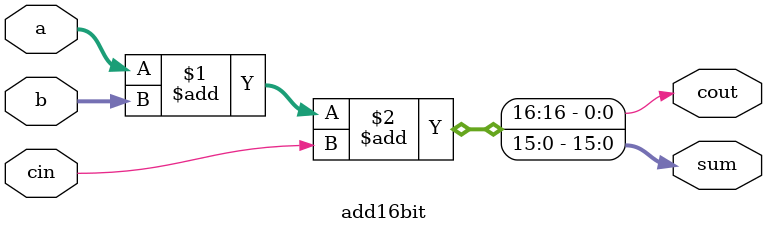
<source format=v>
module add16bit(a, b, cin, cout, sum);

input [15:0] a, b;
input cin;
output [15:0] sum;
output cout;

assign {cout,sum} = a + b + cin;

endmodule
</source>
